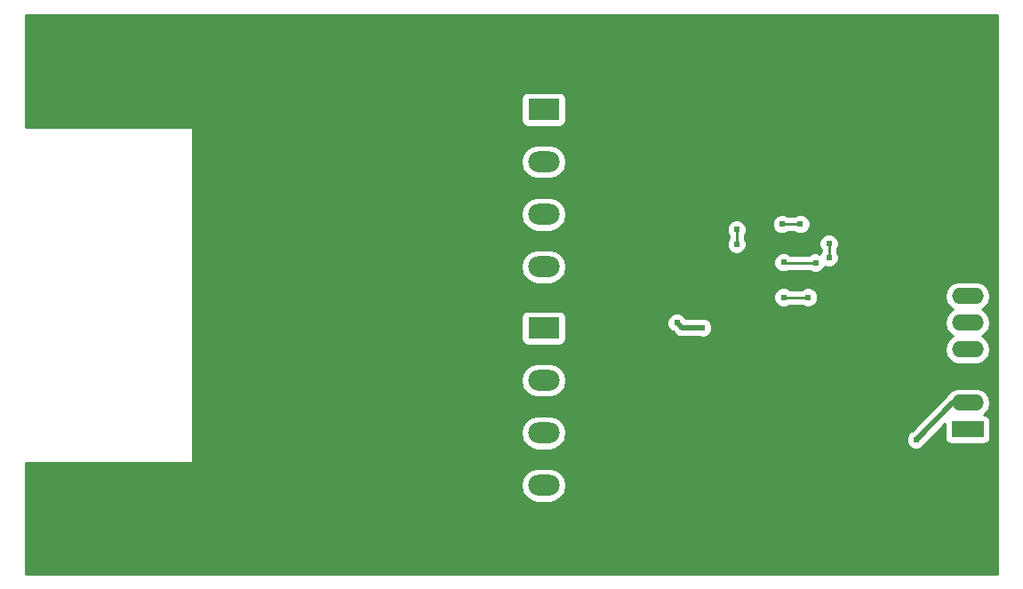
<source format=gbr>
G04 #@! TF.GenerationSoftware,KiCad,Pcbnew,5.0.0-fee4fd1~66~ubuntu18.04.1*
G04 #@! TF.CreationDate,2019-02-05T20:00:04-07:00*
G04 #@! TF.ProjectId,sprinkler_nodes,737072696E6B6C65725F6E6F6465732E,rev?*
G04 #@! TF.SameCoordinates,Original*
G04 #@! TF.FileFunction,Copper,L2,Bot,Signal*
G04 #@! TF.FilePolarity,Positive*
%FSLAX46Y46*%
G04 Gerber Fmt 4.6, Leading zero omitted, Abs format (unit mm)*
G04 Created by KiCad (PCBNEW 5.0.0-fee4fd1~66~ubuntu18.04.1) date Tue Feb  5 20:00:04 2019*
%MOMM*%
%LPD*%
G01*
G04 APERTURE LIST*
G04 #@! TA.AperFunction,ComponentPad*
%ADD10O,3.000000X2.000000*%
G04 #@! TD*
G04 #@! TA.AperFunction,ComponentPad*
%ADD11R,3.000000X2.000000*%
G04 #@! TD*
G04 #@! TA.AperFunction,ComponentPad*
%ADD12R,3.048000X1.524000*%
G04 #@! TD*
G04 #@! TA.AperFunction,ComponentPad*
%ADD13O,3.048000X1.524000*%
G04 #@! TD*
G04 #@! TA.AperFunction,ViaPad*
%ADD14C,0.609600*%
G04 #@! TD*
G04 #@! TA.AperFunction,Conductor*
%ADD15C,0.254000*%
G04 #@! TD*
G04 #@! TA.AperFunction,Conductor*
%ADD16C,0.508000*%
G04 #@! TD*
G04 APERTURE END LIST*
D10*
G04 #@! TO.P,J1,4*
G04 #@! TO.N,/VIN_AC*
X67818000Y-70880000D03*
G04 #@! TO.P,J1,3*
G04 #@! TO.N,/VIN_GND*
X67818000Y-65880000D03*
G04 #@! TO.P,J1,2*
X67818000Y-60880000D03*
D11*
G04 #@! TO.P,J1,1*
G04 #@! TO.N,/SW_24V_1*
X67818000Y-55880000D03*
G04 #@! TD*
G04 #@! TO.P,J2,1*
G04 #@! TO.N,/RF_IN*
X67818000Y-35052000D03*
D10*
G04 #@! TO.P,J2,2*
G04 #@! TO.N,/RF_IN_RTN*
X67818000Y-40052000D03*
G04 #@! TO.P,J2,3*
G04 #@! TO.N,/RF_OUT*
X67818000Y-45052000D03*
G04 #@! TO.P,J2,4*
G04 #@! TO.N,/RF_OUT_RTN*
X67818000Y-50052000D03*
G04 #@! TD*
D12*
G04 #@! TO.P,J3,1*
G04 #@! TO.N,/MCLR*
X108204000Y-65532000D03*
D13*
G04 #@! TO.P,J3,2*
G04 #@! TO.N,+3V3*
X108204000Y-62992000D03*
G04 #@! TO.P,J3,3*
G04 #@! TO.N,GND*
X108204000Y-60452000D03*
G04 #@! TO.P,J3,4*
G04 #@! TO.N,/ICSPDAT*
X108204000Y-57912000D03*
G04 #@! TO.P,J3,5*
G04 #@! TO.N,/ICSPCLK*
X108204000Y-55372000D03*
G04 #@! TO.P,J3,6*
G04 #@! TO.N,Net-(J3-Pad6)*
X108204000Y-52832000D03*
G04 #@! TD*
D14*
G04 #@! TO.N,GND*
X87503000Y-70586600D03*
X86893400Y-75895200D03*
X79984600Y-67132200D03*
X83566000Y-65354200D03*
X92456000Y-74498200D03*
X102692200Y-74498200D03*
X82804000Y-53263800D03*
X87807800Y-62230000D03*
X93472000Y-58064400D03*
X104368600Y-34315400D03*
X99568000Y-34036000D03*
X91440000Y-41656000D03*
X75488800Y-48818800D03*
X77470000Y-50952400D03*
X79502000Y-50774600D03*
X83743800Y-44526200D03*
X75514200Y-39979600D03*
X77470000Y-39751000D03*
X79756000Y-40055800D03*
X81788000Y-39954200D03*
X83820000Y-39979600D03*
X85852000Y-39725600D03*
X87884000Y-39751000D03*
X89916000Y-39649400D03*
X91795600Y-39776400D03*
X80975200Y-57835800D03*
X84785200Y-57073800D03*
X97536000Y-43738800D03*
X100380800Y-60147200D03*
X101371400Y-62661800D03*
X102362000Y-55118000D03*
X88315600Y-70586600D03*
X87833200Y-69926200D03*
G04 #@! TO.N,+3V3*
X103301800Y-66522600D03*
G04 #@! TO.N,+5V*
X80518000Y-55397400D03*
X82956400Y-55854600D03*
G04 #@! TO.N,/MCLR*
X90678000Y-49631600D03*
X93726000Y-49657000D03*
G04 #@! TO.N,/V_Temp*
X90678000Y-52959000D03*
X93014800Y-52959000D03*
G04 #@! TO.N,/UART_RX*
X86207600Y-46507400D03*
X86207600Y-47904400D03*
G04 #@! TO.N,/GPIO3*
X92278200Y-45974000D03*
X90525600Y-45974000D03*
G04 #@! TO.N,/AN4*
X94996000Y-49174400D03*
X94996000Y-47828200D03*
G04 #@! TD*
D15*
G04 #@! TO.N,GND*
X88315600Y-70586600D02*
X88315800Y-70586600D01*
D16*
G04 #@! TO.N,+3V3*
X106832400Y-62992000D02*
X108204000Y-62992000D01*
X103301800Y-66522600D02*
X106832400Y-62992000D01*
G04 #@! TO.N,+5V*
X80975200Y-55854600D02*
X80518000Y-55397400D01*
X82956400Y-55854600D02*
X80975200Y-55854600D01*
D15*
G04 #@! TO.N,/MCLR*
X90678000Y-49631600D02*
X90703400Y-49657000D01*
X90703400Y-49657000D02*
X93726000Y-49657000D01*
G04 #@! TO.N,/V_Temp*
X90678000Y-52959000D02*
X93014800Y-52959000D01*
G04 #@! TO.N,/UART_RX*
X86207600Y-47904400D02*
X86207600Y-46507400D01*
G04 #@! TO.N,/GPIO3*
X90525600Y-45974000D02*
X92278200Y-45974000D01*
G04 #@! TO.N,/AN4*
X94996000Y-47828200D02*
X94996000Y-49174400D01*
G04 #@! TD*
G04 #@! TO.N,GND*
G36*
X111050000Y-79300000D02*
X18490000Y-79300000D01*
X18490000Y-70880000D01*
X65650969Y-70880000D01*
X65777864Y-71517945D01*
X66139231Y-72058769D01*
X66680055Y-72420136D01*
X67156969Y-72515000D01*
X68479031Y-72515000D01*
X68955945Y-72420136D01*
X69496769Y-72058769D01*
X69858136Y-71517945D01*
X69985031Y-70880000D01*
X69858136Y-70242055D01*
X69496769Y-69701231D01*
X68955945Y-69339864D01*
X68479031Y-69245000D01*
X67156969Y-69245000D01*
X66680055Y-69339864D01*
X66139231Y-69701231D01*
X65777864Y-70242055D01*
X65650969Y-70880000D01*
X18490000Y-70880000D01*
X18490000Y-68707000D01*
X34290000Y-68707000D01*
X34338601Y-68697333D01*
X34379803Y-68669803D01*
X34407333Y-68628601D01*
X34417000Y-68580000D01*
X34417000Y-65880000D01*
X65650969Y-65880000D01*
X65777864Y-66517945D01*
X66139231Y-67058769D01*
X66680055Y-67420136D01*
X67156969Y-67515000D01*
X68479031Y-67515000D01*
X68955945Y-67420136D01*
X69496769Y-67058769D01*
X69858136Y-66517945D01*
X69894394Y-66335662D01*
X102362000Y-66335662D01*
X102362000Y-66709538D01*
X102505076Y-67054954D01*
X102769446Y-67319324D01*
X103114862Y-67462400D01*
X103488738Y-67462400D01*
X103834154Y-67319324D01*
X104098524Y-67054954D01*
X104149325Y-66932310D01*
X106032560Y-65049076D01*
X106032560Y-66294000D01*
X106081843Y-66541765D01*
X106222191Y-66751809D01*
X106432235Y-66892157D01*
X106680000Y-66941440D01*
X109728000Y-66941440D01*
X109975765Y-66892157D01*
X110185809Y-66751809D01*
X110326157Y-66541765D01*
X110375440Y-66294000D01*
X110375440Y-64770000D01*
X110326157Y-64522235D01*
X110185809Y-64312191D01*
X109975765Y-64171843D01*
X109774643Y-64131838D01*
X109973180Y-63999180D01*
X110281944Y-63537082D01*
X110390368Y-62992000D01*
X110281944Y-62446918D01*
X109973180Y-61984820D01*
X109511082Y-61676056D01*
X109103588Y-61595000D01*
X107304412Y-61595000D01*
X106896918Y-61676056D01*
X106434820Y-61984820D01*
X106137755Y-62429409D01*
X102892090Y-65675075D01*
X102769446Y-65725876D01*
X102505076Y-65990246D01*
X102362000Y-66335662D01*
X69894394Y-66335662D01*
X69985031Y-65880000D01*
X69858136Y-65242055D01*
X69496769Y-64701231D01*
X68955945Y-64339864D01*
X68479031Y-64245000D01*
X67156969Y-64245000D01*
X66680055Y-64339864D01*
X66139231Y-64701231D01*
X65777864Y-65242055D01*
X65650969Y-65880000D01*
X34417000Y-65880000D01*
X34417000Y-60880000D01*
X65650969Y-60880000D01*
X65777864Y-61517945D01*
X66139231Y-62058769D01*
X66680055Y-62420136D01*
X67156969Y-62515000D01*
X68479031Y-62515000D01*
X68955945Y-62420136D01*
X69496769Y-62058769D01*
X69858136Y-61517945D01*
X69985031Y-60880000D01*
X69858136Y-60242055D01*
X69496769Y-59701231D01*
X68955945Y-59339864D01*
X68479031Y-59245000D01*
X67156969Y-59245000D01*
X66680055Y-59339864D01*
X66139231Y-59701231D01*
X65777864Y-60242055D01*
X65650969Y-60880000D01*
X34417000Y-60880000D01*
X34417000Y-54880000D01*
X65670560Y-54880000D01*
X65670560Y-56880000D01*
X65719843Y-57127765D01*
X65860191Y-57337809D01*
X66070235Y-57478157D01*
X66318000Y-57527440D01*
X69318000Y-57527440D01*
X69565765Y-57478157D01*
X69775809Y-57337809D01*
X69916157Y-57127765D01*
X69965440Y-56880000D01*
X69965440Y-55210462D01*
X79578200Y-55210462D01*
X79578200Y-55584338D01*
X79721276Y-55929754D01*
X79985646Y-56194124D01*
X80108290Y-56244925D01*
X80284669Y-56421304D01*
X80334267Y-56495533D01*
X80628330Y-56692019D01*
X80887644Y-56743600D01*
X80887648Y-56743600D01*
X80975199Y-56761015D01*
X81062750Y-56743600D01*
X82646820Y-56743600D01*
X82769462Y-56794400D01*
X83143338Y-56794400D01*
X83488754Y-56651324D01*
X83753124Y-56386954D01*
X83896200Y-56041538D01*
X83896200Y-55667662D01*
X83753124Y-55322246D01*
X83488754Y-55057876D01*
X83143338Y-54914800D01*
X82769462Y-54914800D01*
X82646820Y-54965600D01*
X81356375Y-54965600D01*
X81314724Y-54865046D01*
X81050354Y-54600676D01*
X80704938Y-54457600D01*
X80331062Y-54457600D01*
X79985646Y-54600676D01*
X79721276Y-54865046D01*
X79578200Y-55210462D01*
X69965440Y-55210462D01*
X69965440Y-54880000D01*
X69916157Y-54632235D01*
X69775809Y-54422191D01*
X69565765Y-54281843D01*
X69318000Y-54232560D01*
X66318000Y-54232560D01*
X66070235Y-54281843D01*
X65860191Y-54422191D01*
X65719843Y-54632235D01*
X65670560Y-54880000D01*
X34417000Y-54880000D01*
X34417000Y-52772062D01*
X89738200Y-52772062D01*
X89738200Y-53145938D01*
X89881276Y-53491354D01*
X90145646Y-53755724D01*
X90491062Y-53898800D01*
X90864938Y-53898800D01*
X91210354Y-53755724D01*
X91245078Y-53721000D01*
X92447722Y-53721000D01*
X92482446Y-53755724D01*
X92827862Y-53898800D01*
X93201738Y-53898800D01*
X93547154Y-53755724D01*
X93811524Y-53491354D01*
X93954600Y-53145938D01*
X93954600Y-52832000D01*
X106017632Y-52832000D01*
X106126056Y-53377082D01*
X106434820Y-53839180D01*
X106828158Y-54102000D01*
X106434820Y-54364820D01*
X106126056Y-54826918D01*
X106017632Y-55372000D01*
X106126056Y-55917082D01*
X106434820Y-56379180D01*
X106828158Y-56642000D01*
X106434820Y-56904820D01*
X106126056Y-57366918D01*
X106017632Y-57912000D01*
X106126056Y-58457082D01*
X106434820Y-58919180D01*
X106896918Y-59227944D01*
X107304412Y-59309000D01*
X109103588Y-59309000D01*
X109511082Y-59227944D01*
X109973180Y-58919180D01*
X110281944Y-58457082D01*
X110390368Y-57912000D01*
X110281944Y-57366918D01*
X109973180Y-56904820D01*
X109579842Y-56642000D01*
X109973180Y-56379180D01*
X110281944Y-55917082D01*
X110390368Y-55372000D01*
X110281944Y-54826918D01*
X109973180Y-54364820D01*
X109579842Y-54102000D01*
X109973180Y-53839180D01*
X110281944Y-53377082D01*
X110390368Y-52832000D01*
X110281944Y-52286918D01*
X109973180Y-51824820D01*
X109511082Y-51516056D01*
X109103588Y-51435000D01*
X107304412Y-51435000D01*
X106896918Y-51516056D01*
X106434820Y-51824820D01*
X106126056Y-52286918D01*
X106017632Y-52832000D01*
X93954600Y-52832000D01*
X93954600Y-52772062D01*
X93811524Y-52426646D01*
X93547154Y-52162276D01*
X93201738Y-52019200D01*
X92827862Y-52019200D01*
X92482446Y-52162276D01*
X92447722Y-52197000D01*
X91245078Y-52197000D01*
X91210354Y-52162276D01*
X90864938Y-52019200D01*
X90491062Y-52019200D01*
X90145646Y-52162276D01*
X89881276Y-52426646D01*
X89738200Y-52772062D01*
X34417000Y-52772062D01*
X34417000Y-50052000D01*
X65650969Y-50052000D01*
X65777864Y-50689945D01*
X66139231Y-51230769D01*
X66680055Y-51592136D01*
X67156969Y-51687000D01*
X68479031Y-51687000D01*
X68955945Y-51592136D01*
X69496769Y-51230769D01*
X69858136Y-50689945D01*
X69985031Y-50052000D01*
X69864225Y-49444662D01*
X89738200Y-49444662D01*
X89738200Y-49818538D01*
X89881276Y-50163954D01*
X90145646Y-50428324D01*
X90491062Y-50571400D01*
X90864938Y-50571400D01*
X91210354Y-50428324D01*
X91219678Y-50419000D01*
X93158922Y-50419000D01*
X93193646Y-50453724D01*
X93539062Y-50596800D01*
X93912938Y-50596800D01*
X94258354Y-50453724D01*
X94522724Y-50189354D01*
X94591228Y-50023970D01*
X94809062Y-50114200D01*
X95182938Y-50114200D01*
X95528354Y-49971124D01*
X95792724Y-49706754D01*
X95935800Y-49361338D01*
X95935800Y-48987462D01*
X95792724Y-48642046D01*
X95758000Y-48607322D01*
X95758000Y-48395278D01*
X95792724Y-48360554D01*
X95935800Y-48015138D01*
X95935800Y-47641262D01*
X95792724Y-47295846D01*
X95528354Y-47031476D01*
X95182938Y-46888400D01*
X94809062Y-46888400D01*
X94463646Y-47031476D01*
X94199276Y-47295846D01*
X94056200Y-47641262D01*
X94056200Y-48015138D01*
X94199276Y-48360554D01*
X94234000Y-48395278D01*
X94234001Y-48607321D01*
X94199276Y-48642046D01*
X94130772Y-48807430D01*
X93912938Y-48717200D01*
X93539062Y-48717200D01*
X93193646Y-48860276D01*
X93158922Y-48895000D01*
X91270478Y-48895000D01*
X91210354Y-48834876D01*
X90864938Y-48691800D01*
X90491062Y-48691800D01*
X90145646Y-48834876D01*
X89881276Y-49099246D01*
X89738200Y-49444662D01*
X69864225Y-49444662D01*
X69858136Y-49414055D01*
X69496769Y-48873231D01*
X68955945Y-48511864D01*
X68479031Y-48417000D01*
X67156969Y-48417000D01*
X66680055Y-48511864D01*
X66139231Y-48873231D01*
X65777864Y-49414055D01*
X65650969Y-50052000D01*
X34417000Y-50052000D01*
X34417000Y-45052000D01*
X65650969Y-45052000D01*
X65777864Y-45689945D01*
X66139231Y-46230769D01*
X66680055Y-46592136D01*
X67156969Y-46687000D01*
X68479031Y-46687000D01*
X68955945Y-46592136D01*
X69362533Y-46320462D01*
X85267800Y-46320462D01*
X85267800Y-46694338D01*
X85410876Y-47039754D01*
X85445601Y-47074479D01*
X85445600Y-47337322D01*
X85410876Y-47372046D01*
X85267800Y-47717462D01*
X85267800Y-48091338D01*
X85410876Y-48436754D01*
X85675246Y-48701124D01*
X86020662Y-48844200D01*
X86394538Y-48844200D01*
X86739954Y-48701124D01*
X87004324Y-48436754D01*
X87147400Y-48091338D01*
X87147400Y-47717462D01*
X87004324Y-47372046D01*
X86969600Y-47337322D01*
X86969600Y-47074478D01*
X87004324Y-47039754D01*
X87147400Y-46694338D01*
X87147400Y-46320462D01*
X87004324Y-45975046D01*
X86816340Y-45787062D01*
X89585800Y-45787062D01*
X89585800Y-46160938D01*
X89728876Y-46506354D01*
X89993246Y-46770724D01*
X90338662Y-46913800D01*
X90712538Y-46913800D01*
X91057954Y-46770724D01*
X91092678Y-46736000D01*
X91711122Y-46736000D01*
X91745846Y-46770724D01*
X92091262Y-46913800D01*
X92465138Y-46913800D01*
X92810554Y-46770724D01*
X93074924Y-46506354D01*
X93218000Y-46160938D01*
X93218000Y-45787062D01*
X93074924Y-45441646D01*
X92810554Y-45177276D01*
X92465138Y-45034200D01*
X92091262Y-45034200D01*
X91745846Y-45177276D01*
X91711122Y-45212000D01*
X91092678Y-45212000D01*
X91057954Y-45177276D01*
X90712538Y-45034200D01*
X90338662Y-45034200D01*
X89993246Y-45177276D01*
X89728876Y-45441646D01*
X89585800Y-45787062D01*
X86816340Y-45787062D01*
X86739954Y-45710676D01*
X86394538Y-45567600D01*
X86020662Y-45567600D01*
X85675246Y-45710676D01*
X85410876Y-45975046D01*
X85267800Y-46320462D01*
X69362533Y-46320462D01*
X69496769Y-46230769D01*
X69858136Y-45689945D01*
X69985031Y-45052000D01*
X69858136Y-44414055D01*
X69496769Y-43873231D01*
X68955945Y-43511864D01*
X68479031Y-43417000D01*
X67156969Y-43417000D01*
X66680055Y-43511864D01*
X66139231Y-43873231D01*
X65777864Y-44414055D01*
X65650969Y-45052000D01*
X34417000Y-45052000D01*
X34417000Y-40052000D01*
X65650969Y-40052000D01*
X65777864Y-40689945D01*
X66139231Y-41230769D01*
X66680055Y-41592136D01*
X67156969Y-41687000D01*
X68479031Y-41687000D01*
X68955945Y-41592136D01*
X69496769Y-41230769D01*
X69858136Y-40689945D01*
X69985031Y-40052000D01*
X69858136Y-39414055D01*
X69496769Y-38873231D01*
X68955945Y-38511864D01*
X68479031Y-38417000D01*
X67156969Y-38417000D01*
X66680055Y-38511864D01*
X66139231Y-38873231D01*
X65777864Y-39414055D01*
X65650969Y-40052000D01*
X34417000Y-40052000D01*
X34417000Y-36830000D01*
X34407333Y-36781399D01*
X34379803Y-36740197D01*
X34338601Y-36712667D01*
X34290000Y-36703000D01*
X18490000Y-36703000D01*
X18490000Y-34052000D01*
X65670560Y-34052000D01*
X65670560Y-36052000D01*
X65719843Y-36299765D01*
X65860191Y-36509809D01*
X66070235Y-36650157D01*
X66318000Y-36699440D01*
X69318000Y-36699440D01*
X69565765Y-36650157D01*
X69775809Y-36509809D01*
X69916157Y-36299765D01*
X69965440Y-36052000D01*
X69965440Y-34052000D01*
X69916157Y-33804235D01*
X69775809Y-33594191D01*
X69565765Y-33453843D01*
X69318000Y-33404560D01*
X66318000Y-33404560D01*
X66070235Y-33453843D01*
X65860191Y-33594191D01*
X65719843Y-33804235D01*
X65670560Y-34052000D01*
X18490000Y-34052000D01*
X18490000Y-26110000D01*
X111050001Y-26110000D01*
X111050000Y-79300000D01*
X111050000Y-79300000D01*
G37*
X111050000Y-79300000D02*
X18490000Y-79300000D01*
X18490000Y-70880000D01*
X65650969Y-70880000D01*
X65777864Y-71517945D01*
X66139231Y-72058769D01*
X66680055Y-72420136D01*
X67156969Y-72515000D01*
X68479031Y-72515000D01*
X68955945Y-72420136D01*
X69496769Y-72058769D01*
X69858136Y-71517945D01*
X69985031Y-70880000D01*
X69858136Y-70242055D01*
X69496769Y-69701231D01*
X68955945Y-69339864D01*
X68479031Y-69245000D01*
X67156969Y-69245000D01*
X66680055Y-69339864D01*
X66139231Y-69701231D01*
X65777864Y-70242055D01*
X65650969Y-70880000D01*
X18490000Y-70880000D01*
X18490000Y-68707000D01*
X34290000Y-68707000D01*
X34338601Y-68697333D01*
X34379803Y-68669803D01*
X34407333Y-68628601D01*
X34417000Y-68580000D01*
X34417000Y-65880000D01*
X65650969Y-65880000D01*
X65777864Y-66517945D01*
X66139231Y-67058769D01*
X66680055Y-67420136D01*
X67156969Y-67515000D01*
X68479031Y-67515000D01*
X68955945Y-67420136D01*
X69496769Y-67058769D01*
X69858136Y-66517945D01*
X69894394Y-66335662D01*
X102362000Y-66335662D01*
X102362000Y-66709538D01*
X102505076Y-67054954D01*
X102769446Y-67319324D01*
X103114862Y-67462400D01*
X103488738Y-67462400D01*
X103834154Y-67319324D01*
X104098524Y-67054954D01*
X104149325Y-66932310D01*
X106032560Y-65049076D01*
X106032560Y-66294000D01*
X106081843Y-66541765D01*
X106222191Y-66751809D01*
X106432235Y-66892157D01*
X106680000Y-66941440D01*
X109728000Y-66941440D01*
X109975765Y-66892157D01*
X110185809Y-66751809D01*
X110326157Y-66541765D01*
X110375440Y-66294000D01*
X110375440Y-64770000D01*
X110326157Y-64522235D01*
X110185809Y-64312191D01*
X109975765Y-64171843D01*
X109774643Y-64131838D01*
X109973180Y-63999180D01*
X110281944Y-63537082D01*
X110390368Y-62992000D01*
X110281944Y-62446918D01*
X109973180Y-61984820D01*
X109511082Y-61676056D01*
X109103588Y-61595000D01*
X107304412Y-61595000D01*
X106896918Y-61676056D01*
X106434820Y-61984820D01*
X106137755Y-62429409D01*
X102892090Y-65675075D01*
X102769446Y-65725876D01*
X102505076Y-65990246D01*
X102362000Y-66335662D01*
X69894394Y-66335662D01*
X69985031Y-65880000D01*
X69858136Y-65242055D01*
X69496769Y-64701231D01*
X68955945Y-64339864D01*
X68479031Y-64245000D01*
X67156969Y-64245000D01*
X66680055Y-64339864D01*
X66139231Y-64701231D01*
X65777864Y-65242055D01*
X65650969Y-65880000D01*
X34417000Y-65880000D01*
X34417000Y-60880000D01*
X65650969Y-60880000D01*
X65777864Y-61517945D01*
X66139231Y-62058769D01*
X66680055Y-62420136D01*
X67156969Y-62515000D01*
X68479031Y-62515000D01*
X68955945Y-62420136D01*
X69496769Y-62058769D01*
X69858136Y-61517945D01*
X69985031Y-60880000D01*
X69858136Y-60242055D01*
X69496769Y-59701231D01*
X68955945Y-59339864D01*
X68479031Y-59245000D01*
X67156969Y-59245000D01*
X66680055Y-59339864D01*
X66139231Y-59701231D01*
X65777864Y-60242055D01*
X65650969Y-60880000D01*
X34417000Y-60880000D01*
X34417000Y-54880000D01*
X65670560Y-54880000D01*
X65670560Y-56880000D01*
X65719843Y-57127765D01*
X65860191Y-57337809D01*
X66070235Y-57478157D01*
X66318000Y-57527440D01*
X69318000Y-57527440D01*
X69565765Y-57478157D01*
X69775809Y-57337809D01*
X69916157Y-57127765D01*
X69965440Y-56880000D01*
X69965440Y-55210462D01*
X79578200Y-55210462D01*
X79578200Y-55584338D01*
X79721276Y-55929754D01*
X79985646Y-56194124D01*
X80108290Y-56244925D01*
X80284669Y-56421304D01*
X80334267Y-56495533D01*
X80628330Y-56692019D01*
X80887644Y-56743600D01*
X80887648Y-56743600D01*
X80975199Y-56761015D01*
X81062750Y-56743600D01*
X82646820Y-56743600D01*
X82769462Y-56794400D01*
X83143338Y-56794400D01*
X83488754Y-56651324D01*
X83753124Y-56386954D01*
X83896200Y-56041538D01*
X83896200Y-55667662D01*
X83753124Y-55322246D01*
X83488754Y-55057876D01*
X83143338Y-54914800D01*
X82769462Y-54914800D01*
X82646820Y-54965600D01*
X81356375Y-54965600D01*
X81314724Y-54865046D01*
X81050354Y-54600676D01*
X80704938Y-54457600D01*
X80331062Y-54457600D01*
X79985646Y-54600676D01*
X79721276Y-54865046D01*
X79578200Y-55210462D01*
X69965440Y-55210462D01*
X69965440Y-54880000D01*
X69916157Y-54632235D01*
X69775809Y-54422191D01*
X69565765Y-54281843D01*
X69318000Y-54232560D01*
X66318000Y-54232560D01*
X66070235Y-54281843D01*
X65860191Y-54422191D01*
X65719843Y-54632235D01*
X65670560Y-54880000D01*
X34417000Y-54880000D01*
X34417000Y-52772062D01*
X89738200Y-52772062D01*
X89738200Y-53145938D01*
X89881276Y-53491354D01*
X90145646Y-53755724D01*
X90491062Y-53898800D01*
X90864938Y-53898800D01*
X91210354Y-53755724D01*
X91245078Y-53721000D01*
X92447722Y-53721000D01*
X92482446Y-53755724D01*
X92827862Y-53898800D01*
X93201738Y-53898800D01*
X93547154Y-53755724D01*
X93811524Y-53491354D01*
X93954600Y-53145938D01*
X93954600Y-52832000D01*
X106017632Y-52832000D01*
X106126056Y-53377082D01*
X106434820Y-53839180D01*
X106828158Y-54102000D01*
X106434820Y-54364820D01*
X106126056Y-54826918D01*
X106017632Y-55372000D01*
X106126056Y-55917082D01*
X106434820Y-56379180D01*
X106828158Y-56642000D01*
X106434820Y-56904820D01*
X106126056Y-57366918D01*
X106017632Y-57912000D01*
X106126056Y-58457082D01*
X106434820Y-58919180D01*
X106896918Y-59227944D01*
X107304412Y-59309000D01*
X109103588Y-59309000D01*
X109511082Y-59227944D01*
X109973180Y-58919180D01*
X110281944Y-58457082D01*
X110390368Y-57912000D01*
X110281944Y-57366918D01*
X109973180Y-56904820D01*
X109579842Y-56642000D01*
X109973180Y-56379180D01*
X110281944Y-55917082D01*
X110390368Y-55372000D01*
X110281944Y-54826918D01*
X109973180Y-54364820D01*
X109579842Y-54102000D01*
X109973180Y-53839180D01*
X110281944Y-53377082D01*
X110390368Y-52832000D01*
X110281944Y-52286918D01*
X109973180Y-51824820D01*
X109511082Y-51516056D01*
X109103588Y-51435000D01*
X107304412Y-51435000D01*
X106896918Y-51516056D01*
X106434820Y-51824820D01*
X106126056Y-52286918D01*
X106017632Y-52832000D01*
X93954600Y-52832000D01*
X93954600Y-52772062D01*
X93811524Y-52426646D01*
X93547154Y-52162276D01*
X93201738Y-52019200D01*
X92827862Y-52019200D01*
X92482446Y-52162276D01*
X92447722Y-52197000D01*
X91245078Y-52197000D01*
X91210354Y-52162276D01*
X90864938Y-52019200D01*
X90491062Y-52019200D01*
X90145646Y-52162276D01*
X89881276Y-52426646D01*
X89738200Y-52772062D01*
X34417000Y-52772062D01*
X34417000Y-50052000D01*
X65650969Y-50052000D01*
X65777864Y-50689945D01*
X66139231Y-51230769D01*
X66680055Y-51592136D01*
X67156969Y-51687000D01*
X68479031Y-51687000D01*
X68955945Y-51592136D01*
X69496769Y-51230769D01*
X69858136Y-50689945D01*
X69985031Y-50052000D01*
X69864225Y-49444662D01*
X89738200Y-49444662D01*
X89738200Y-49818538D01*
X89881276Y-50163954D01*
X90145646Y-50428324D01*
X90491062Y-50571400D01*
X90864938Y-50571400D01*
X91210354Y-50428324D01*
X91219678Y-50419000D01*
X93158922Y-50419000D01*
X93193646Y-50453724D01*
X93539062Y-50596800D01*
X93912938Y-50596800D01*
X94258354Y-50453724D01*
X94522724Y-50189354D01*
X94591228Y-50023970D01*
X94809062Y-50114200D01*
X95182938Y-50114200D01*
X95528354Y-49971124D01*
X95792724Y-49706754D01*
X95935800Y-49361338D01*
X95935800Y-48987462D01*
X95792724Y-48642046D01*
X95758000Y-48607322D01*
X95758000Y-48395278D01*
X95792724Y-48360554D01*
X95935800Y-48015138D01*
X95935800Y-47641262D01*
X95792724Y-47295846D01*
X95528354Y-47031476D01*
X95182938Y-46888400D01*
X94809062Y-46888400D01*
X94463646Y-47031476D01*
X94199276Y-47295846D01*
X94056200Y-47641262D01*
X94056200Y-48015138D01*
X94199276Y-48360554D01*
X94234000Y-48395278D01*
X94234001Y-48607321D01*
X94199276Y-48642046D01*
X94130772Y-48807430D01*
X93912938Y-48717200D01*
X93539062Y-48717200D01*
X93193646Y-48860276D01*
X93158922Y-48895000D01*
X91270478Y-48895000D01*
X91210354Y-48834876D01*
X90864938Y-48691800D01*
X90491062Y-48691800D01*
X90145646Y-48834876D01*
X89881276Y-49099246D01*
X89738200Y-49444662D01*
X69864225Y-49444662D01*
X69858136Y-49414055D01*
X69496769Y-48873231D01*
X68955945Y-48511864D01*
X68479031Y-48417000D01*
X67156969Y-48417000D01*
X66680055Y-48511864D01*
X66139231Y-48873231D01*
X65777864Y-49414055D01*
X65650969Y-50052000D01*
X34417000Y-50052000D01*
X34417000Y-45052000D01*
X65650969Y-45052000D01*
X65777864Y-45689945D01*
X66139231Y-46230769D01*
X66680055Y-46592136D01*
X67156969Y-46687000D01*
X68479031Y-46687000D01*
X68955945Y-46592136D01*
X69362533Y-46320462D01*
X85267800Y-46320462D01*
X85267800Y-46694338D01*
X85410876Y-47039754D01*
X85445601Y-47074479D01*
X85445600Y-47337322D01*
X85410876Y-47372046D01*
X85267800Y-47717462D01*
X85267800Y-48091338D01*
X85410876Y-48436754D01*
X85675246Y-48701124D01*
X86020662Y-48844200D01*
X86394538Y-48844200D01*
X86739954Y-48701124D01*
X87004324Y-48436754D01*
X87147400Y-48091338D01*
X87147400Y-47717462D01*
X87004324Y-47372046D01*
X86969600Y-47337322D01*
X86969600Y-47074478D01*
X87004324Y-47039754D01*
X87147400Y-46694338D01*
X87147400Y-46320462D01*
X87004324Y-45975046D01*
X86816340Y-45787062D01*
X89585800Y-45787062D01*
X89585800Y-46160938D01*
X89728876Y-46506354D01*
X89993246Y-46770724D01*
X90338662Y-46913800D01*
X90712538Y-46913800D01*
X91057954Y-46770724D01*
X91092678Y-46736000D01*
X91711122Y-46736000D01*
X91745846Y-46770724D01*
X92091262Y-46913800D01*
X92465138Y-46913800D01*
X92810554Y-46770724D01*
X93074924Y-46506354D01*
X93218000Y-46160938D01*
X93218000Y-45787062D01*
X93074924Y-45441646D01*
X92810554Y-45177276D01*
X92465138Y-45034200D01*
X92091262Y-45034200D01*
X91745846Y-45177276D01*
X91711122Y-45212000D01*
X91092678Y-45212000D01*
X91057954Y-45177276D01*
X90712538Y-45034200D01*
X90338662Y-45034200D01*
X89993246Y-45177276D01*
X89728876Y-45441646D01*
X89585800Y-45787062D01*
X86816340Y-45787062D01*
X86739954Y-45710676D01*
X86394538Y-45567600D01*
X86020662Y-45567600D01*
X85675246Y-45710676D01*
X85410876Y-45975046D01*
X85267800Y-46320462D01*
X69362533Y-46320462D01*
X69496769Y-46230769D01*
X69858136Y-45689945D01*
X69985031Y-45052000D01*
X69858136Y-44414055D01*
X69496769Y-43873231D01*
X68955945Y-43511864D01*
X68479031Y-43417000D01*
X67156969Y-43417000D01*
X66680055Y-43511864D01*
X66139231Y-43873231D01*
X65777864Y-44414055D01*
X65650969Y-45052000D01*
X34417000Y-45052000D01*
X34417000Y-40052000D01*
X65650969Y-40052000D01*
X65777864Y-40689945D01*
X66139231Y-41230769D01*
X66680055Y-41592136D01*
X67156969Y-41687000D01*
X68479031Y-41687000D01*
X68955945Y-41592136D01*
X69496769Y-41230769D01*
X69858136Y-40689945D01*
X69985031Y-40052000D01*
X69858136Y-39414055D01*
X69496769Y-38873231D01*
X68955945Y-38511864D01*
X68479031Y-38417000D01*
X67156969Y-38417000D01*
X66680055Y-38511864D01*
X66139231Y-38873231D01*
X65777864Y-39414055D01*
X65650969Y-40052000D01*
X34417000Y-40052000D01*
X34417000Y-36830000D01*
X34407333Y-36781399D01*
X34379803Y-36740197D01*
X34338601Y-36712667D01*
X34290000Y-36703000D01*
X18490000Y-36703000D01*
X18490000Y-34052000D01*
X65670560Y-34052000D01*
X65670560Y-36052000D01*
X65719843Y-36299765D01*
X65860191Y-36509809D01*
X66070235Y-36650157D01*
X66318000Y-36699440D01*
X69318000Y-36699440D01*
X69565765Y-36650157D01*
X69775809Y-36509809D01*
X69916157Y-36299765D01*
X69965440Y-36052000D01*
X69965440Y-34052000D01*
X69916157Y-33804235D01*
X69775809Y-33594191D01*
X69565765Y-33453843D01*
X69318000Y-33404560D01*
X66318000Y-33404560D01*
X66070235Y-33453843D01*
X65860191Y-33594191D01*
X65719843Y-33804235D01*
X65670560Y-34052000D01*
X18490000Y-34052000D01*
X18490000Y-26110000D01*
X111050001Y-26110000D01*
X111050000Y-79300000D01*
G04 #@! TD*
M02*

</source>
